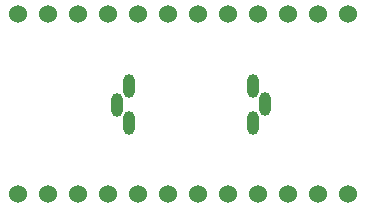
<source format=gbr>
%TF.GenerationSoftware,KiCad,Pcbnew,(7.0.0)*%
%TF.CreationDate,2023-08-25T09:59:11+02:00*%
%TF.ProjectId,JIG SWITCH,4a494720-5357-4495-9443-482e6b696361,rev?*%
%TF.SameCoordinates,Original*%
%TF.FileFunction,Paste,Bot*%
%TF.FilePolarity,Positive*%
%FSLAX46Y46*%
G04 Gerber Fmt 4.6, Leading zero omitted, Abs format (unit mm)*
G04 Created by KiCad (PCBNEW (7.0.0)) date 2023-08-25 09:59:11*
%MOMM*%
%LPD*%
G01*
G04 APERTURE LIST*
%ADD10C,1.524000*%
%ADD11O,1.000000X2.000000*%
G04 APERTURE END LIST*
D10*
%TO.C,*%
X81860000Y-86011000D03*
X84400000Y-86011000D03*
X86940000Y-86011000D03*
X89480000Y-86011000D03*
X92020000Y-86011000D03*
X94560000Y-86011000D03*
X97100000Y-86011000D03*
X99640000Y-86011000D03*
X102180000Y-86011000D03*
X104720000Y-86011000D03*
X107260000Y-86011000D03*
X109800000Y-86011000D03*
%TD*%
D11*
%TO.C,UDC*%
X91257999Y-92106999D03*
X91257999Y-95206999D03*
X90257999Y-93706999D03*
X101757999Y-95206999D03*
X101757999Y-92106999D03*
X102757999Y-93606999D03*
%TD*%
D10*
%TO.C,U3*%
X81860000Y-101251000D03*
X84400000Y-101251000D03*
X86940000Y-101251000D03*
X89480000Y-101251000D03*
X92020000Y-101251000D03*
X94560000Y-101251000D03*
X97100000Y-101251000D03*
X99640000Y-101251000D03*
X102180000Y-101251000D03*
X104720000Y-101251000D03*
X107260000Y-101251000D03*
X109800000Y-101251000D03*
%TD*%
M02*

</source>
